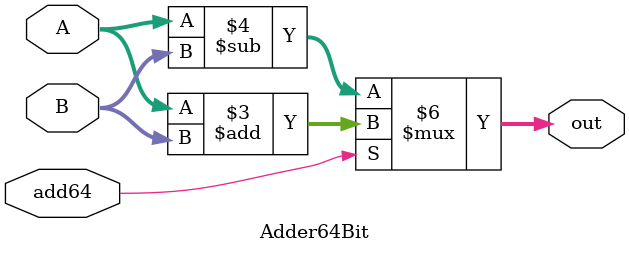
<source format=v>
`timescale 1ns / 1ps


module Adder64Bit(A, B, add64, out);
    input [63:0] A, B;
    input add64;
    output reg [63:0] out;
    
    always@(A, B, add64) begin
        if (add64 == 1'b1)
            out <= A + B;
        else 
            out <= A - B;
    end
    
endmodule

</source>
